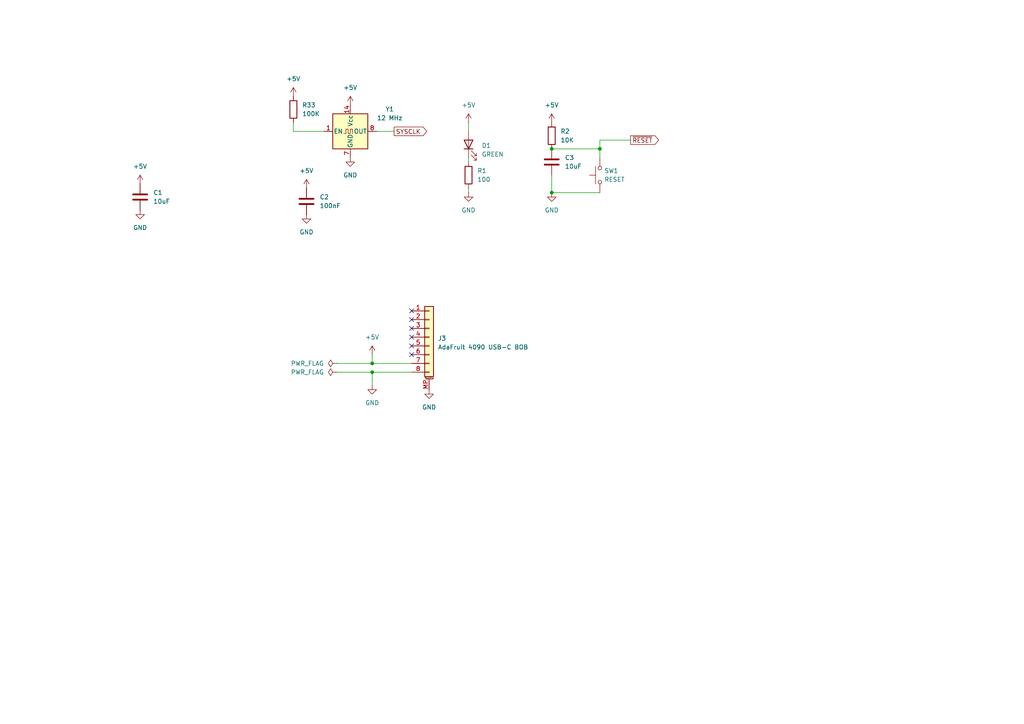
<source format=kicad_sch>
(kicad_sch (version 20250114) (generator "eeschema") (generator_version "9.0")
  (paper "A4")
  (lib_symbols
    (symbol "Connector_Generic_MountingPin:Conn_01x08_MountingPin" (pin_names (offset 1.016) (hide yes))
      (property "Reference" "J" (at 0 10.16 0))
      (property "Value" "Conn_01x08_MountingPin" (at 1.27 -12.7 0))
      (symbol "Conn_01x08_MountingPin_1_1"
        (rectangle (start -1.27 8.89) (end 1.27 -11.43) (stroke (width 0.254)) (fill (type background)))
        (rectangle (start -1.27 7.747) (end 0 7.493) (stroke (width 0.1524)))
        (rectangle (start -1.27 5.207) (end 0 4.953) (stroke (width 0.1524)))
        (rectangle (start -1.27 2.667) (end 0 2.413) (stroke (width 0.1524)))
        (rectangle (start -1.27 0.127) (end 0 -0.127) (stroke (width 0.1524)))
        (rectangle (start -1.27 -2.413) (end 0 -2.667) (stroke (width 0.1524)))
        (rectangle (start -1.27 -4.953) (end 0 -5.207) (stroke (width 0.1524)))
        (rectangle (start -1.27 -7.493) (end 0 -7.747) (stroke (width 0.1524)))
        (rectangle (start -1.27 -10.033) (end 0 -10.287) (stroke (width 0.1524)))
        (polyline (pts (xy -1.016 -12.192) (xy 1.016 -12.192)) (stroke (width 0.1524)))
        (text "Mounting" (at 0 -11.811 0) (effects (font (size 0.381 0.381))))
        (pin passive line (at -5.08 7.62 0) (length 3.81) (name "Pin_1") (number "1"))
        (pin passive line (at -5.08 5.08 0) (length 3.81) (name "Pin_2") (number "2"))
        (pin passive line (at -5.08 2.54 0) (length 3.81) (name "Pin_3") (number "3"))
        (pin passive line (at -5.08 0 0) (length 3.81) (name "Pin_4") (number "4"))
        (pin passive line (at -5.08 -2.54 0) (length 3.81) (name "Pin_5") (number "5"))
        (pin passive line (at -5.08 -5.08 0) (length 3.81) (name "Pin_6") (number "6"))
        (pin passive line (at -5.08 -7.62 0) (length 3.81) (name "Pin_7") (number "7"))
        (pin passive line (at -5.08 -10.16 0) (length 3.81) (name "Pin_8") (number "8"))
        (pin passive line (at 0 -15.24 90) (length 3.048) (name "MountPin") (number "MP"))
      )
    )
    (symbol "Device:C" (pin_numbers (hide yes)) (pin_names (offset 0.254))
      (property "Reference" "C" (at 0.635 2.54 0))
      (property "Value" "C" (at 0.635 -2.54 0))
      (symbol "C_0_1"
        (polyline (pts (xy -2.032 0.762) (xy 2.032 0.762)) (stroke (width 0.508)))
        (polyline (pts (xy -2.032 -0.762) (xy 2.032 -0.762)) (stroke (width 0.508)))
      )
      (symbol "C_1_1"
        (pin passive line (at 0 3.81 270) (length 2.794) (name "~") (number "1"))
        (pin passive line (at 0 -3.81 90) (length 2.794) (name "~") (number "2"))
      )
    )
    (symbol "Device:LED" (pin_numbers (hide yes)) (pin_names (offset 1.016) (hide yes))
      (property "Reference" "D" (at 0 2.54 0))
      (property "Value" "LED" (at 0 -2.54 0))
      (symbol "LED_0_1"
        (polyline (pts (xy -3.048 -0.762) (xy -4.572 -2.286) (xy -3.81 -2.286) (xy -4.572 -2.286) (xy -4.572 -1.524)))
        (polyline (pts (xy -1.778 -0.762) (xy -3.302 -2.286) (xy -2.54 -2.286) (xy -3.302 -2.286) (xy -3.302 -1.524)))
        (polyline (pts (xy -1.27 0) (xy 1.27 0)))
        (polyline (pts (xy -1.27 -1.27) (xy -1.27 1.27)) (stroke (width 0.254)))
        (polyline (pts (xy 1.27 -1.27) (xy 1.27 1.27) (xy -1.27 0) (xy 1.27 -1.27)) (stroke (width 0.254)))
      )
      (symbol "LED_1_1"
        (pin passive line (at -3.81 0 0) (length 2.54) (name "K") (number "1"))
        (pin passive line (at 3.81 0 180) (length 2.54) (name "A") (number "2"))
      )
    )
    (symbol "Device:R" (pin_numbers (hide yes)) (pin_names (offset 0))
      (property "Reference" "R" (at 2.032 0 90))
      (property "Value" "R" (at 0 0 90))
      (symbol "R_0_1"
        (rectangle (start -1.016 -2.54) (end 1.016 2.54) (stroke (width 0.254)))
      )
      (symbol "R_1_1"
        (pin passive line (at 0 3.81 270) (length 1.27) (name "~") (number "1"))
        (pin passive line (at 0 -3.81 90) (length 1.27) (name "~") (number "2"))
      )
    )
    (symbol "Oscillator:CXO_DIP14" (pin_names (offset 0.254))
      (property "Reference" "Y" (at -5.08 6.35 0))
      (property "Value" "CXO_DIP14" (at 1.27 -6.35 0))
      (symbol "CXO_DIP14_0_1"
        (rectangle (start -5.08 5.08) (end 5.08 -5.08) (stroke (width 0.254)) (fill (type background)))
        (polyline (pts (xy -1.905 -0.635) (xy -1.27 -0.635) (xy -1.27 0.635) (xy -0.635 0.635) (xy -0.635 -0.635) (xy 0 -0.635) (xy 0 0.635) (xy 0.635 0.635) (xy 0.635 -0.635)))
      )
      (symbol "CXO_DIP14_1_1"
        (pin input line (at -7.62 0 0) (length 2.54) (name "EN") (number "1"))
        (pin power_in line (at 0 7.62 270) (length 2.54) (name "Vcc") (number "14"))
        (pin power_in line (at 0 -7.62 90) (length 2.54) (name "GND") (number "7"))
        (pin output line (at 7.62 0 180) (length 2.54) (name "OUT") (number "8"))
      )
    )
    (symbol "Switch:SW_Push" (pin_numbers (hide yes)) (pin_names (offset 1.016) (hide yes))
      (property "Reference" "SW" (at 1.27 2.54 0))
      (property "Value" "SW_Push" (at 0 -1.524 0))
      (symbol "SW_Push_0_1"
        (circle (center -2.032 0) (radius 0.508))
        (polyline (pts (xy 0 1.27) (xy 0 3.048)))
        (circle (center 2.032 0) (radius 0.508))
        (polyline (pts (xy 2.54 1.27) (xy -2.54 1.27)))
        (pin passive line (at -5.08 0 0) (length 2.54) (name "1") (number "1"))
        (pin passive line (at 5.08 0 180) (length 2.54) (name "2") (number "2"))
      )
    )
    (symbol "power:+5V" (power) (pin_numbers (hide yes)) (pin_names (offset 0) (hide yes))
      (property "Value" "+5V" (at 0 3.556 0))
      (symbol "+5V_0_1"
        (polyline (pts (xy -0.762 1.27) (xy 0 2.54)))
        (polyline (pts (xy 0 2.54) (xy 0.762 1.27)))
        (polyline (pts (xy 0 0) (xy 0 2.54)))
      )
      (symbol "+5V_1_1"
        (pin power_in line (at 0 0 90) (length 0) (name "~") (number "1"))
      )
    )
    (symbol "power:GND" (power) (pin_numbers (hide yes)) (pin_names (offset 0) (hide yes))
      (property "Value" "GND" (at 0 -3.81 0))
      (symbol "GND_0_1"
        (polyline (pts (xy 0 0) (xy 0 -1.27) (xy 1.27 -1.27) (xy 0 -2.54) (xy -1.27 -1.27) (xy 0 -1.27)))
      )
      (symbol "GND_1_1"
        (pin power_in line (at 0 0 270) (length 0) (name "~") (number "1"))
      )
    )
    (symbol "power:PWR_FLAG" (power) (pin_numbers (hide yes)) (pin_names (offset 0) (hide yes))
      (property "Value" "PWR_FLAG" (at 0 3.81 0))
      (symbol "PWR_FLAG_0_0"
        (pin power_out line (at 0 0 90) (length 0) (name "~") (number "1"))
      )
      (symbol "PWR_FLAG_0_1"
        (polyline (pts (xy 0 0) (xy 0 1.27) (xy -1.016 1.905) (xy 0 2.54) (xy 1.016 1.905) (xy 0 1.27)))
      )
    )
  )
  (junction (at 107.95 107.95))
  (junction (at 160.02 43.18))
  (junction (at 160.02 55.88))
  (junction (at 173.99 43.18))
  (junction (at 107.95 105.41))
  (no_connect (at 119.38 95.25))
  (no_connect (at 119.38 90.17))
  (no_connect (at 119.38 97.79))
  (no_connect (at 119.38 100.33))
  (no_connect (at 119.38 102.87))
  (no_connect (at 119.38 92.71))
  (wire (pts (xy 135.89 35.56) (xy 135.89 38.1)))
  (wire (pts (xy 135.89 45.72) (xy 135.89 46.99)))
  (wire (pts (xy 109.22 38.1) (xy 114.3 38.1)))
  (wire (pts (xy 107.95 105.41) (xy 107.95 102.87)))
  (wire (pts (xy 173.99 43.18) (xy 173.99 45.72)))
  (wire (pts (xy 119.38 105.41) (xy 107.95 105.41)))
  (wire (pts (xy 97.79 105.41) (xy 107.95 105.41)))
  (wire (pts (xy 173.99 43.18) (xy 173.99 40.64)))
  (wire (pts (xy 93.98 38.1) (xy 85.09 38.1)))
  (wire (pts (xy 85.09 38.1) (xy 85.09 35.56)))
  (wire (pts (xy 97.79 107.95) (xy 107.95 107.95)))
  (wire (pts (xy 119.38 107.95) (xy 107.95 107.95)))
  (wire (pts (xy 135.89 54.61) (xy 135.89 55.88)))
  (wire (pts (xy 173.99 40.64) (xy 182.88 40.64)))
  (wire (pts (xy 160.02 55.88) (xy 173.99 55.88)))
  (wire (pts (xy 160.02 43.18) (xy 173.99 43.18)))
  (wire (pts (xy 160.02 50.8) (xy 160.02 55.88)))
  (wire (pts (xy 107.95 107.95) (xy 107.95 111.76)))
  (global_label "~{RESET}" (shape output) (at 182.88 40.64 0) (property "Intersheetrefs" "${INTERSHEET_REFS}" (effects (hide yes))))
  (global_label "SYSCLK" (shape output) (at 114.3 38.1 0) (property "Intersheetrefs" "${INTERSHEET_REFS}" (effects (hide yes))))
  (symbol (lib_id "power:+5V") (at 107.95 102.87 0) (unit 1)
    (property "Reference" "#PWR0145" (effects (hide yes)))
    (property "Value" "+5V" (at 107.95 97.79 0))
    (property "Description" "Power symbol creates a global label with name \"+5V\"" (effects (hide yes)))
  )
  (symbol (lib_id "Device:R") (at 135.89 50.8 0) (unit 1)
    (property "Reference" "R1" (at 138.43 49.5299 0) (effects (justify left)))
    (property "Value" "100" (at 138.43 52.0699 0) (effects (justify left)))
    (property "Footprint" "Resistor_THT:R_Axial_DIN0207_L6.3mm_D2.5mm_P10.16mm_Horizontal" (effects (hide yes)))
    (property "Description" "Resistor" (effects (hide yes)))
  )
  (symbol (lib_id "Device:C") (at 160.02 46.99 0) (unit 1)
    (property "Reference" "C3" (at 163.83 45.7199 0) (effects (justify left)))
    (property "Value" "10uF" (at 163.83 48.2599 0) (effects (justify left)))
    (property "Footprint" "Capacitor_THT:CP_Radial_D5.0mm_P2.50mm" (effects (hide yes)))
    (property "Description" "Unpolarized capacitor" (effects (hide yes)))
  )
  (symbol (lib_id "power:GND") (at 40.64 60.96 0) (unit 1)
    (property "Reference" "#PWR03" (effects (hide yes)))
    (property "Value" "GND" (at 40.64 66.04 0))
    (property "Description" "Power symbol creates a global label with name \"GND\" , ground" (effects (hide yes)))
  )
  (symbol (lib_id "power:PWR_FLAG") (at 97.79 105.41 90) (unit 1)
    (property "Reference" "#FLG04" (effects (hide yes)))
    (property "Value" "PWR_FLAG" (at 93.98 105.4099 90) (effects (justify left)))
    (property "Description" "Special symbol for telling ERC where power comes from" (effects (hide yes)))
  )
  (symbol (lib_id "Switch:SW_Push") (at 173.99 50.8 90) (unit 1)
    (property "Reference" "SW1" (at 175.26 49.5299 90) (effects (justify right)))
    (property "Value" "RESET" (at 175.26 52.0699 90) (effects (justify right)))
    (property "Footprint" "Button_Switch_THT:SW_TH_Tactile_Omron_B3F-106x" (effects (hide yes)))
    (property "Description" "Push button switch, generic, two pins - https://www.digikey.com/en/products/detail/omron-electronics-inc-emc-div/B3F-1060/1811725" (effects (hide yes)))
  )
  (symbol (lib_id "power:+5V") (at 135.89 35.56 0) (unit 1)
    (property "Reference" "#PWR010" (effects (hide yes)))
    (property "Value" "+5V" (at 135.89 30.48 0))
    (property "Description" "Power symbol creates a global label with name \"+5V\"" (effects (hide yes)))
  )
  (symbol (lib_id "power:GND") (at 107.95 111.76 0) (unit 1)
    (property "Reference" "#PWR0146" (effects (hide yes)))
    (property "Value" "GND" (at 107.95 116.84 0))
    (property "Description" "Power symbol creates a global label with name \"GND\" , ground" (effects (hide yes)))
  )
  (symbol (lib_id "Device:R") (at 160.02 39.37 0) (unit 1)
    (property "Reference" "R2" (at 162.56 38.0999 0) (effects (justify left)))
    (property "Value" "10K" (at 162.56 40.6399 0) (effects (justify left)))
    (property "Footprint" "Resistor_THT:R_Axial_DIN0207_L6.3mm_D2.5mm_P10.16mm_Horizontal" (effects (hide yes)))
    (property "Description" "Resistor" (effects (hide yes)))
  )
  (symbol (lib_id "power:GND") (at 88.9 62.23 0) (unit 1)
    (property "Reference" "#PWR07" (effects (hide yes)))
    (property "Value" "GND" (at 88.9 67.31 0))
    (property "Description" "Power symbol creates a global label with name \"GND\" , ground" (effects (hide yes)))
  )
  (symbol (lib_id "power:PWR_FLAG") (at 97.79 107.95 90) (unit 1)
    (property "Reference" "#FLG03" (effects (hide yes)))
    (property "Value" "PWR_FLAG" (at 93.98 107.9499 90) (effects (justify left)))
    (property "Description" "Special symbol for telling ERC where power comes from" (effects (hide yes)))
  )
  (symbol (lib_id "power:GND") (at 160.02 55.88 0) (unit 1)
    (property "Reference" "#PWR013" (effects (hide yes)))
    (property "Value" "GND" (at 160.02 60.96 0))
    (property "Description" "Power symbol creates a global label with name \"GND\" , ground" (effects (hide yes)))
  )
  (symbol (lib_id "Device:C") (at 88.9 58.42 0) (unit 1)
    (property "Reference" "C2" (at 92.71 57.1499 0) (effects (justify left)))
    (property "Value" "100nF" (at 92.71 59.6899 0) (effects (justify left)))
    (property "Footprint" "Capacitor_THT:C_Disc_D5.0mm_W2.5mm_P5.00mm" (effects (hide yes)))
    (property "Description" "Unpolarized capacitor" (effects (hide yes)))
  )
  (symbol (lib_id "power:+5V") (at 160.02 35.56 0) (unit 1)
    (property "Reference" "#PWR012" (effects (hide yes)))
    (property "Value" "+5V" (at 160.02 30.48 0))
    (property "Description" "Power symbol creates a global label with name \"+5V\"" (effects (hide yes)))
  )
  (symbol (lib_id "power:GND") (at 135.89 55.88 0) (unit 1)
    (property "Reference" "#PWR011" (effects (hide yes)))
    (property "Value" "GND" (at 135.89 60.96 0))
    (property "Description" "Power symbol creates a global label with name \"GND\" , ground" (effects (hide yes)))
  )
  (symbol (lib_id "power:GND") (at 101.6 45.72 0) (unit 1)
    (property "Reference" "#PWR09" (effects (hide yes)))
    (property "Value" "GND" (at 101.6 50.8 0))
    (property "Description" "Power symbol creates a global label with name \"GND\" , ground" (effects (hide yes)))
  )
  (symbol (lib_id "power:+5V") (at 88.9 54.61 0) (unit 1)
    (property "Reference" "#PWR06" (effects (hide yes)))
    (property "Value" "+5V" (at 88.9 49.53 0))
    (property "Description" "Power symbol creates a global label with name \"+5V\"" (effects (hide yes)))
  )
  (symbol (lib_id "power:GND") (at 124.46 113.03 0) (unit 1)
    (property "Reference" "#PWR01" (effects (hide yes)))
    (property "Value" "GND" (at 124.46 118.11 0))
    (property "Description" "Power symbol creates a global label with name \"GND\" , ground" (effects (hide yes)))
  )
  (symbol (lib_id "Device:LED") (at 135.89 41.91 90) (unit 1)
    (property "Reference" "D1" (at 139.7 42.2274 90) (effects (justify right)))
    (property "Value" "GREEN" (at 139.7 44.7674 90) (effects (justify right)))
    (property "Footprint" "LED_THT:LED_D3.0mm" (effects (hide yes)))
    (property "Description" "POWER LED" (effects (hide yes)))
    (property "Sim.Pins" "1=K 2=A" (effects (hide yes)))
  )
  (symbol (lib_id "Device:C") (at 40.64 57.15 0) (unit 1)
    (property "Reference" "C1" (at 44.45 55.8799 0) (effects (justify left)))
    (property "Value" "10uF" (at 44.45 58.4199 0) (effects (justify left)))
    (property "Footprint" "Capacitor_THT:CP_Radial_D5.0mm_P2.50mm" (effects (hide yes)))
    (property "Description" "Unpolarized capacitor" (effects (hide yes)))
  )
  (symbol (lib_id "power:+5V") (at 40.64 53.34 0) (unit 1)
    (property "Reference" "#PWR02" (effects (hide yes)))
    (property "Value" "+5V" (at 40.64 48.26 0))
    (property "Description" "Power symbol creates a global label with name \"+5V\"" (effects (hide yes)))
  )
  (symbol (lib_id "Connector_Generic_MountingPin:Conn_01x08_MountingPin") (at 124.46 97.79 0) (unit 1)
    (property "Reference" "J3" (at 127 98.1455 0) (effects (justify left)))
    (property "Value" "AdaFruit 4090 USB-C BOB" (at 127 100.6855 0) (effects (justify left)))
    (property "Footprint" "Connector_PinHeader_2.54mm:PinHeader_1x08_P2.54mm_Vertical" (effects (hide yes)))
    (property "Description" "Generic connectable mounting pin connector, single row, 01x08, script generated (kicad-library-utils/schlib/autogen/connector/)" (effects (hide yes)))
  )
  (symbol (lib_id "Device:R") (at 85.09 31.75 0) (unit 1)
    (property "Reference" "R33" (at 87.63 30.4799 0) (effects (justify left)))
    (property "Value" "100K" (at 87.63 33.0199 0) (effects (justify left)))
    (property "Footprint" "Resistor_THT:R_Axial_DIN0207_L6.3mm_D2.5mm_P10.16mm_Horizontal" (effects (hide yes)))
    (property "Description" "Resistor" (effects (hide yes)))
  )
  (symbol (lib_id "power:+5V") (at 101.6 30.48 0) (unit 1)
    (property "Reference" "#PWR08" (effects (hide yes)))
    (property "Value" "+5V" (at 101.6 25.4 0))
    (property "Description" "Power symbol creates a global label with name \"+5V\"" (effects (hide yes)))
  )
  (symbol (lib_id "Oscillator:CXO_DIP14") (at 101.6 38.1 0) (unit 1)
    (property "Reference" "Y1" (at 113.03 31.6798 0))
    (property "Value" "12 MHz" (at 113.03 34.2198 0))
    (property "Footprint" "Oscillator:Oscillator_DIP-14" (effects (hide yes)))
    (property "Datasheet" "http://cdn-reichelt.de/documents/datenblatt/B400/OSZI.pdf" (effects (hide yes)))
    (property "Description" "Crystal Clock Oscillator, DIP14-style metal package" (effects (hide yes)))
  )
  (symbol (lib_id "power:+5V") (at 85.09 27.94 0) (unit 1)
    (property "Reference" "#PWR05" (effects (hide yes)))
    (property "Value" "+5V" (at 85.09 22.86 0))
    (property "Description" "Power symbol creates a global label with name \"+5V\"" (effects (hide yes)))
  )
)
</source>
